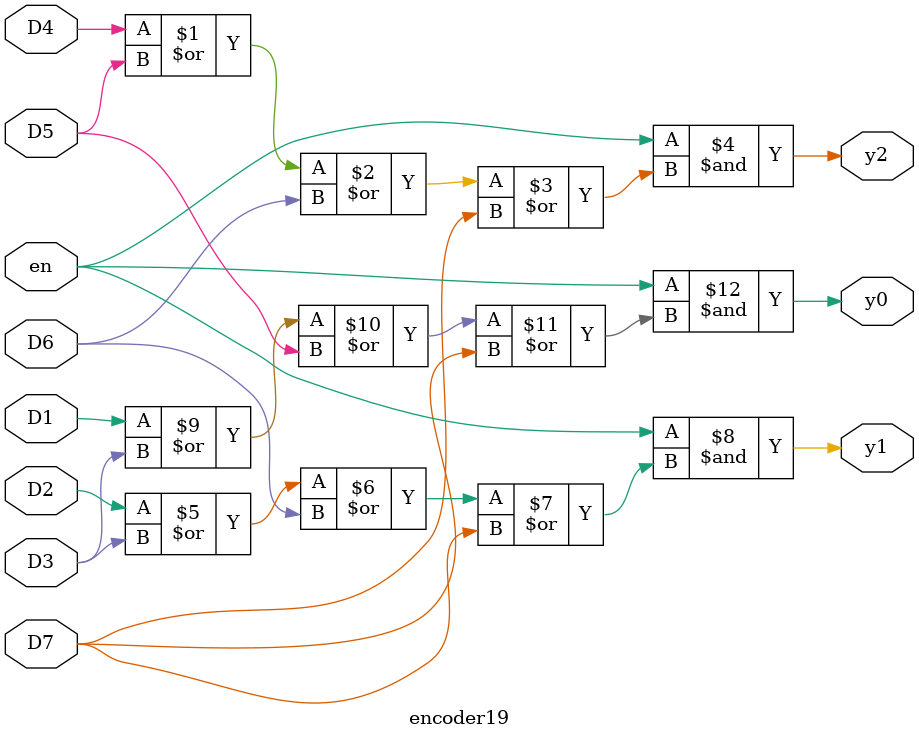
<source format=v>
module encoder19 (en,D1,D2,D3,D4,D5,D6,D7,
y0,y1,y2);

input en,D1,D2,D3,D4,D5,D6,D7;
output y0,y1,y2;

assign y2 = en & (D4 | D5 | D6 | D7);
assign y1 = en & (D2 | D3 | D6 | D7);
assign y0 = en & (D1 | D3 | D5 | D7);
endmodule
</source>
